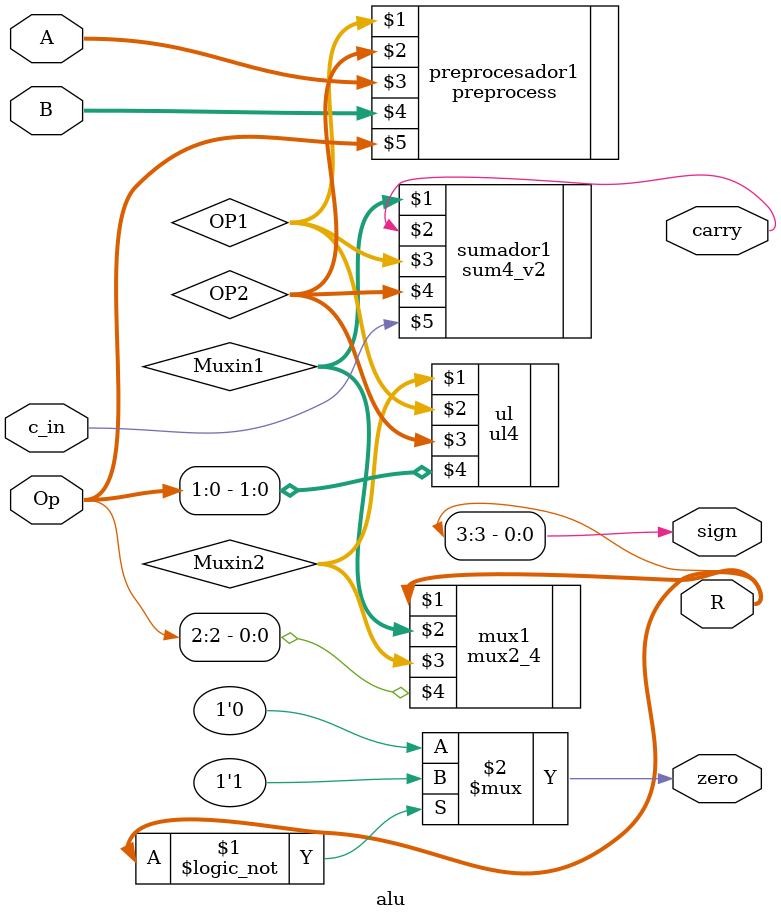
<source format=v>
module alu(output wire [3:0] R, 
           output wire zero, carry, sign, 
           input wire [3:0] A, B, 
           input wire c_in, 
           input wire [2:0] Op);

//declaracion de conexiones internas
wire[3:0] OP1, OP2, Muxin1, Muxin2;

//implementacion del modulo
preprocess preprocesador1(OP1, OP2, A, B, Op);
sum4_v2 sumador1(Muxin1, carry, OP1, OP2, c_in);
ul4 ul(Muxin2, OP1, OP2, {Op[1], Op[0]});
mux2_4 mux1(R, Muxin1, Muxin2, Op[2]);

// Flag Zero: será 1 si R es igual a 0
assign zero = (R == 4'b0000) ? 1'b1 : 1'b0;
// Flag Sign: toma el valor del bit más significativo (MSB) de R
assign sign = R[3];
endmodule
</source>
